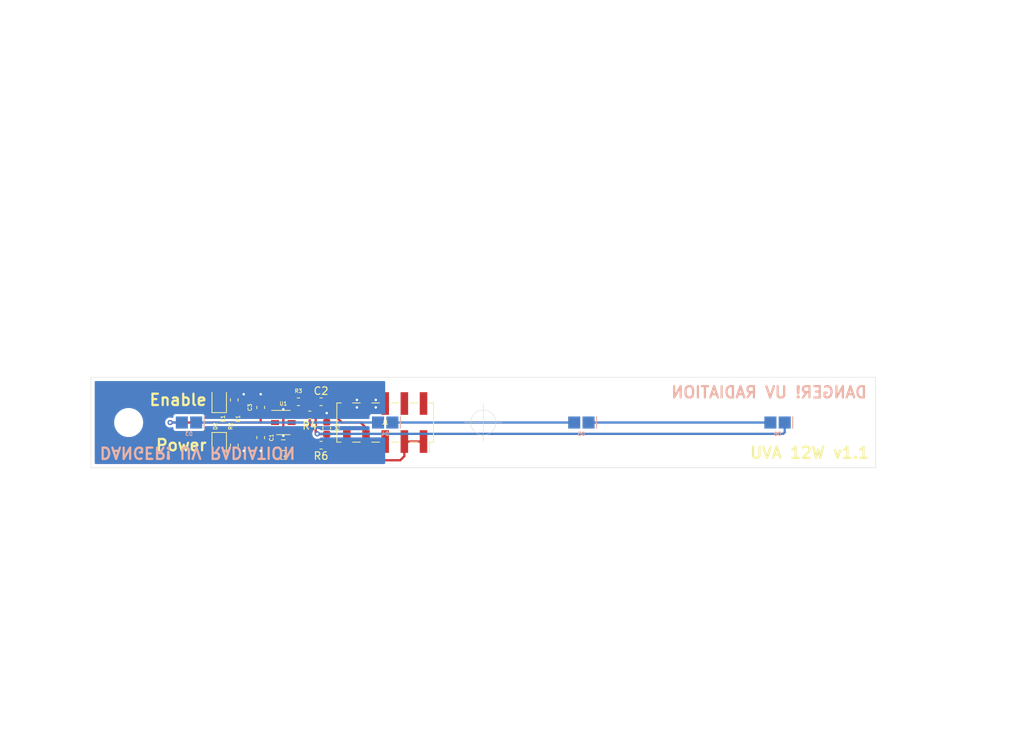
<source format=kicad_pcb>
(kicad_pcb (version 20171130) (host pcbnew 5.1.6)

  (general
    (thickness 1.6)
    (drawings 31)
    (tracks 80)
    (zones 0)
    (modules 20)
    (nets 18)
  )

  (page A4)
  (layers
    (0 F.Cu signal)
    (31 B.Cu signal)
    (32 B.Adhes user)
    (33 F.Adhes user)
    (34 B.Paste user)
    (35 F.Paste user)
    (36 B.SilkS user)
    (37 F.SilkS user)
    (38 B.Mask user)
    (39 F.Mask user)
    (40 Dwgs.User user)
    (41 Cmts.User user)
    (42 Eco1.User user)
    (43 Eco2.User user)
    (44 Edge.Cuts user)
    (45 Margin user)
    (46 B.CrtYd user)
    (47 F.CrtYd user)
    (48 B.Fab user)
    (49 F.Fab user)
  )

  (setup
    (last_trace_width 0.3048)
    (trace_clearance 0.1524)
    (zone_clearance 0.32)
    (zone_45_only no)
    (trace_min 0.1524)
    (via_size 0.6858)
    (via_drill 0.3302)
    (via_min_size 0.508)
    (via_min_drill 0.254)
    (uvia_size 0.6858)
    (uvia_drill 0.3302)
    (uvias_allowed no)
    (uvia_min_size 0.2)
    (uvia_min_drill 0.1)
    (edge_width 0.05)
    (segment_width 0.2)
    (pcb_text_width 0.3)
    (pcb_text_size 1.5 1.5)
    (mod_edge_width 0.12)
    (mod_text_size 1 1)
    (mod_text_width 0.15)
    (pad_size 1.524 1.524)
    (pad_drill 0.762)
    (pad_to_mask_clearance 0.0508)
    (solder_mask_min_width 0.101)
    (aux_axis_origin 172 73)
    (grid_origin 172 73)
    (visible_elements FFFFFF7F)
    (pcbplotparams
      (layerselection 0x010fc_ffffffff)
      (usegerberextensions false)
      (usegerberattributes true)
      (usegerberadvancedattributes true)
      (creategerberjobfile true)
      (excludeedgelayer true)
      (linewidth 0.100000)
      (plotframeref false)
      (viasonmask false)
      (mode 1)
      (useauxorigin false)
      (hpglpennumber 1)
      (hpglpenspeed 20)
      (hpglpendiameter 15.000000)
      (psnegative false)
      (psa4output false)
      (plotreference true)
      (plotvalue true)
      (plotinvisibletext false)
      (padsonsilk false)
      (subtractmaskfromsilk false)
      (outputformat 1)
      (mirror false)
      (drillshape 1)
      (scaleselection 1)
      (outputdirectory ""))
  )

  (net 0 "")
  (net 1 GND)
  (net 2 /Vin)
  (net 3 "Net-(C2-Pad1)")
  (net 4 /Enable)
  (net 5 "Net-(D1-Pad1)")
  (net 6 "Net-(D2-Pad1)")
  (net 7 "Net-(D3-Pad1)")
  (net 8 "Net-(D4-Pad1)")
  (net 9 "Net-(D5-Pad1)")
  (net 10 "Net-(D6-Pad1)")
  (net 11 /Dim)
  (net 12 "Net-(L1-Pad1)")
  (net 13 "Net-(C3-Pad1)")
  (net 14 "Net-(J1-Pad5)")
  (net 15 "Net-(J1-Pad4)")
  (net 16 "Net-(J1-Pad2)")
  (net 17 "Net-(R3-Pad1)")

  (net_class Default "This is the default net class."
    (clearance 0.1524)
    (trace_width 0.3048)
    (via_dia 0.6858)
    (via_drill 0.3302)
    (uvia_dia 0.6858)
    (uvia_drill 0.3302)
    (diff_pair_width 0.1524)
    (diff_pair_gap 0.3048)
    (add_net /Dim)
    (add_net /Enable)
    (add_net /Vin)
    (add_net GND)
    (add_net "Net-(C3-Pad1)")
    (add_net "Net-(D1-Pad1)")
    (add_net "Net-(D2-Pad1)")
    (add_net "Net-(J1-Pad2)")
    (add_net "Net-(J1-Pad4)")
    (add_net "Net-(J1-Pad5)")
    (add_net "Net-(L1-Pad1)")
    (add_net "Net-(R3-Pad1)")
  )

  (net_class Digital ""
    (clearance 0.1524)
    (trace_width 0.1524)
    (via_dia 0.6858)
    (via_drill 0.3302)
    (uvia_dia 0.6858)
    (uvia_drill 0.3302)
    (diff_pair_width 0.1524)
    (diff_pair_gap 0.3048)
  )

  (net_class Power ""
    (clearance 0.1524)
    (trace_width 0.3048)
    (via_dia 0.6858)
    (via_drill 0.3302)
    (uvia_dia 0.6858)
    (uvia_drill 0.3302)
    (diff_pair_width 0.1524)
    (diff_pair_gap 0.3048)
    (add_net "Net-(C2-Pad1)")
    (add_net "Net-(D3-Pad1)")
    (add_net "Net-(D4-Pad1)")
    (add_net "Net-(D5-Pad1)")
    (add_net "Net-(D6-Pad1)")
  )

  (net_class Reference ""
    (clearance 0.1524)
    (trace_width 0.3048)
    (via_dia 0.6858)
    (via_drill 0.3302)
    (uvia_dia 0.6858)
    (uvia_drill 0.3302)
    (diff_pair_width 0.1524)
    (diff_pair_gap 0.3048)
  )

  (module Resistor_SMD:R_0603_1608Metric (layer F.Cu) (tedit 5B301BBD) (tstamp 5F9644AB)
    (at -21.5 3 180)
    (descr "Resistor SMD 0603 (1608 Metric), square (rectangular) end terminal, IPC_7351 nominal, (Body size source: http://www.tortai-tech.com/upload/download/2011102023233369053.pdf), generated with kicad-footprint-generator")
    (tags resistor)
    (path /5F96BB0A)
    (attr smd)
    (fp_text reference R6 (at 0 -1.43) (layer F.SilkS)
      (effects (font (size 1 1) (thickness 0.15)))
    )
    (fp_text value 0 (at 0 1.43) (layer F.Fab)
      (effects (font (size 1 1) (thickness 0.15)))
    )
    (fp_text user %R (at 0 0) (layer F.Fab)
      (effects (font (size 0.4 0.4) (thickness 0.06)))
    )
    (fp_line (start -0.8 0.4) (end -0.8 -0.4) (layer F.Fab) (width 0.1))
    (fp_line (start -0.8 -0.4) (end 0.8 -0.4) (layer F.Fab) (width 0.1))
    (fp_line (start 0.8 -0.4) (end 0.8 0.4) (layer F.Fab) (width 0.1))
    (fp_line (start 0.8 0.4) (end -0.8 0.4) (layer F.Fab) (width 0.1))
    (fp_line (start -0.162779 -0.51) (end 0.162779 -0.51) (layer F.SilkS) (width 0.12))
    (fp_line (start -0.162779 0.51) (end 0.162779 0.51) (layer F.SilkS) (width 0.12))
    (fp_line (start -1.48 0.73) (end -1.48 -0.73) (layer F.CrtYd) (width 0.05))
    (fp_line (start -1.48 -0.73) (end 1.48 -0.73) (layer F.CrtYd) (width 0.05))
    (fp_line (start 1.48 -0.73) (end 1.48 0.73) (layer F.CrtYd) (width 0.05))
    (fp_line (start 1.48 0.73) (end -1.48 0.73) (layer F.CrtYd) (width 0.05))
    (pad 2 smd roundrect (at 0.7875 0 180) (size 0.875 0.95) (layers F.Cu F.Paste F.Mask) (roundrect_rratio 0.25)
      (net 3 "Net-(C2-Pad1)"))
    (pad 1 smd roundrect (at -0.7875 0 180) (size 0.875 0.95) (layers F.Cu F.Paste F.Mask) (roundrect_rratio 0.25)
      (net 11 /Dim))
    (model ${KISYS3DMOD}/Resistor_SMD.3dshapes/R_0603_1608Metric.wrl
      (at (xyz 0 0 0))
      (scale (xyz 1 1 1))
      (rotate (xyz 0 0 0))
    )
  )

  (module Resistor_SMD:R_0603_1608Metric (layer F.Cu) (tedit 5B301BBD) (tstamp 5F9642FC)
    (at -23 -1 180)
    (descr "Resistor SMD 0603 (1608 Metric), square (rectangular) end terminal, IPC_7351 nominal, (Body size source: http://www.tortai-tech.com/upload/download/2011102023233369053.pdf), generated with kicad-footprint-generator")
    (tags resistor)
    (path /5F96B337)
    (attr smd)
    (fp_text reference R4 (at 0 -1.43) (layer F.SilkS)
      (effects (font (size 1 1) (thickness 0.15)))
    )
    (fp_text value 6k8 (at 0 1.43) (layer F.Fab)
      (effects (font (size 1 1) (thickness 0.15)))
    )
    (fp_text user %R (at 0 0) (layer F.Fab)
      (effects (font (size 0.4 0.4) (thickness 0.06)))
    )
    (fp_line (start -0.8 0.4) (end -0.8 -0.4) (layer F.Fab) (width 0.1))
    (fp_line (start -0.8 -0.4) (end 0.8 -0.4) (layer F.Fab) (width 0.1))
    (fp_line (start 0.8 -0.4) (end 0.8 0.4) (layer F.Fab) (width 0.1))
    (fp_line (start 0.8 0.4) (end -0.8 0.4) (layer F.Fab) (width 0.1))
    (fp_line (start -0.162779 -0.51) (end 0.162779 -0.51) (layer F.SilkS) (width 0.12))
    (fp_line (start -0.162779 0.51) (end 0.162779 0.51) (layer F.SilkS) (width 0.12))
    (fp_line (start -1.48 0.73) (end -1.48 -0.73) (layer F.CrtYd) (width 0.05))
    (fp_line (start -1.48 -0.73) (end 1.48 -0.73) (layer F.CrtYd) (width 0.05))
    (fp_line (start 1.48 -0.73) (end 1.48 0.73) (layer F.CrtYd) (width 0.05))
    (fp_line (start 1.48 0.73) (end -1.48 0.73) (layer F.CrtYd) (width 0.05))
    (pad 2 smd roundrect (at 0.7875 0 180) (size 0.875 0.95) (layers F.Cu F.Paste F.Mask) (roundrect_rratio 0.25)
      (net 17 "Net-(R3-Pad1)"))
    (pad 1 smd roundrect (at -0.7875 0 180) (size 0.875 0.95) (layers F.Cu F.Paste F.Mask) (roundrect_rratio 0.25)
      (net 10 "Net-(D6-Pad1)"))
    (model ${KISYS3DMOD}/Resistor_SMD.3dshapes/R_0603_1608Metric.wrl
      (at (xyz 0 0 0))
      (scale (xyz 1 1 1))
      (rotate (xyz 0 0 0))
    )
  )

  (module Capacitor_SMD:C_0603_1608Metric (layer F.Cu) (tedit 5B301BBE) (tstamp 5F964024)
    (at -21.5 -2.75)
    (descr "Capacitor SMD 0603 (1608 Metric), square (rectangular) end terminal, IPC_7351 nominal, (Body size source: http://www.tortai-tech.com/upload/download/2011102023233369053.pdf), generated with kicad-footprint-generator")
    (tags capacitor)
    (path /5F96C05F)
    (attr smd)
    (fp_text reference C2 (at 0 -1.43) (layer F.SilkS)
      (effects (font (size 1 1) (thickness 0.15)))
    )
    (fp_text value NP (at 0 1.43) (layer F.Fab)
      (effects (font (size 1 1) (thickness 0.15)))
    )
    (fp_text user %R (at 0 0) (layer F.Fab)
      (effects (font (size 0.4 0.4) (thickness 0.06)))
    )
    (fp_line (start -0.8 0.4) (end -0.8 -0.4) (layer F.Fab) (width 0.1))
    (fp_line (start -0.8 -0.4) (end 0.8 -0.4) (layer F.Fab) (width 0.1))
    (fp_line (start 0.8 -0.4) (end 0.8 0.4) (layer F.Fab) (width 0.1))
    (fp_line (start 0.8 0.4) (end -0.8 0.4) (layer F.Fab) (width 0.1))
    (fp_line (start -0.162779 -0.51) (end 0.162779 -0.51) (layer F.SilkS) (width 0.12))
    (fp_line (start -0.162779 0.51) (end 0.162779 0.51) (layer F.SilkS) (width 0.12))
    (fp_line (start -1.48 0.73) (end -1.48 -0.73) (layer F.CrtYd) (width 0.05))
    (fp_line (start -1.48 -0.73) (end 1.48 -0.73) (layer F.CrtYd) (width 0.05))
    (fp_line (start 1.48 -0.73) (end 1.48 0.73) (layer F.CrtYd) (width 0.05))
    (fp_line (start 1.48 0.73) (end -1.48 0.73) (layer F.CrtYd) (width 0.05))
    (pad 2 smd roundrect (at 0.7875 0) (size 0.875 0.95) (layers F.Cu F.Paste F.Mask) (roundrect_rratio 0.25)
      (net 1 GND))
    (pad 1 smd roundrect (at -0.7875 0) (size 0.875 0.95) (layers F.Cu F.Paste F.Mask) (roundrect_rratio 0.25)
      (net 3 "Net-(C2-Pad1)"))
    (model ${KISYS3DMOD}/Capacitor_SMD.3dshapes/C_0603_1608Metric.wrl
      (at (xyz 0 0 0))
      (scale (xyz 1 1 1))
      (rotate (xyz 0 0 0))
    )
  )

  (module MountingHole:MountingHole_3.2mm_M3 (layer F.Cu) (tedit 56D1B4CB) (tstamp 5F553B8B)
    (at -47 0)
    (descr "Mounting Hole 3.2mm, no annular, M3")
    (tags "mounting hole 3.2mm no annular m3")
    (attr virtual)
    (fp_text reference REF** (at 0 -4.2) (layer F.SilkS) hide
      (effects (font (size 1 1) (thickness 0.15)))
    )
    (fp_text value MountingHole_3.2mm_M3 (at 0 4.2) (layer F.Fab)
      (effects (font (size 1 1) (thickness 0.15)))
    )
    (fp_circle (center 0 0) (end 3.2 0) (layer Cmts.User) (width 0.15))
    (fp_circle (center 0 0) (end 3.45 0) (layer F.CrtYd) (width 0.05))
    (fp_text user %R (at 0.3 0) (layer F.Fab)
      (effects (font (size 1 1) (thickness 0.15)))
    )
    (pad 1 np_thru_hole circle (at 0 0) (size 3.2 3.2) (drill 3.2) (layers *.Cu *.Mask))
  )

  (module MountingHole:MountingHole_3.2mm_M3 (layer F.Cu) (tedit 56D1B4CB) (tstamp 5F553B88)
    (at 47 0)
    (descr "Mounting Hole 3.2mm, no annular, M3")
    (tags "mounting hole 3.2mm no annular m3")
    (attr virtual)
    (fp_text reference REF** (at 0 -4.2) (layer F.SilkS) hide
      (effects (font (size 1 1) (thickness 0.15)))
    )
    (fp_text value MountingHole_3.2mm_M3 (at 0 4.2) (layer F.Fab)
      (effects (font (size 1 1) (thickness 0.15)))
    )
    (fp_circle (center 0 0) (end 3.45 0) (layer F.CrtYd) (width 0.05))
    (fp_circle (center 0 0) (end 3.2 0) (layer Cmts.User) (width 0.15))
    (fp_text user %R (at 0.3 0) (layer F.Fab)
      (effects (font (size 1 1) (thickness 0.15)))
    )
    (pad 1 np_thru_hole circle (at 0 0) (size 3.2 3.2) (drill 3.2) (layers *.Cu *.Mask))
  )

  (module Inductor_SMD:L_0805_2012Metric (layer F.Cu) (tedit 5B36C52B) (tstamp 5F551EFE)
    (at -26.5 3 180)
    (descr "Inductor SMD 0805 (2012 Metric), square (rectangular) end terminal, IPC_7351 nominal, (Body size source: https://docs.google.com/spreadsheets/d/1BsfQQcO9C6DZCsRaXUlFlo91Tg2WpOkGARC1WS5S8t0/edit?usp=sharing), generated with kicad-footprint-generator")
    (tags inductor)
    (path /5F5515A3)
    (attr smd)
    (fp_text reference L1 (at 0 -1.65) (layer F.SilkS)
      (effects (font (size 0.5 0.5) (thickness 0.1)))
    )
    (fp_text value 22u (at 0 1.65) (layer F.Fab)
      (effects (font (size 0.5 0.5) (thickness 0.1)))
    )
    (fp_line (start -1 0.6) (end -1 -0.6) (layer F.Fab) (width 0.1))
    (fp_line (start -1 -0.6) (end 1 -0.6) (layer F.Fab) (width 0.1))
    (fp_line (start 1 -0.6) (end 1 0.6) (layer F.Fab) (width 0.1))
    (fp_line (start 1 0.6) (end -1 0.6) (layer F.Fab) (width 0.1))
    (fp_line (start -0.258578 -0.71) (end 0.258578 -0.71) (layer F.SilkS) (width 0.12))
    (fp_line (start -0.258578 0.71) (end 0.258578 0.71) (layer F.SilkS) (width 0.12))
    (fp_line (start -1.68 0.95) (end -1.68 -0.95) (layer F.CrtYd) (width 0.05))
    (fp_line (start -1.68 -0.95) (end 1.68 -0.95) (layer F.CrtYd) (width 0.05))
    (fp_line (start 1.68 -0.95) (end 1.68 0.95) (layer F.CrtYd) (width 0.05))
    (fp_line (start 1.68 0.95) (end -1.68 0.95) (layer F.CrtYd) (width 0.05))
    (fp_text user %R (at 0 0) (layer F.Fab)
      (effects (font (size 0.5 0.5) (thickness 0.1)))
    )
    (pad 2 smd roundrect (at 0.9375 0 180) (size 0.975 1.4) (layers F.Cu F.Paste F.Mask) (roundrect_rratio 0.25)
      (net 2 /Vin))
    (pad 1 smd roundrect (at -0.9375 0 180) (size 0.975 1.4) (layers F.Cu F.Paste F.Mask) (roundrect_rratio 0.25)
      (net 12 "Net-(L1-Pad1)"))
    (model ${KISYS3DMOD}/Inductor_SMD.3dshapes/L_0805_2012Metric.wrl
      (at (xyz 0 0 0))
      (scale (xyz 1 1 1))
      (rotate (xyz 0 0 0))
    )
  )

  (module Resistor_SMD:R_0603_1608Metric (layer F.Cu) (tedit 5B301BBD) (tstamp 5F5560A0)
    (at -24.5 -2.75)
    (descr "Resistor SMD 0603 (1608 Metric), square (rectangular) end terminal, IPC_7351 nominal, (Body size source: http://www.tortai-tech.com/upload/download/2011102023233369053.pdf), generated with kicad-footprint-generator")
    (tags resistor)
    (path /5F572BD2)
    (attr smd)
    (fp_text reference R3 (at 0 -1.43) (layer F.SilkS)
      (effects (font (size 0.5 0.5) (thickness 0.1)))
    )
    (fp_text value 75k (at 0 1.43) (layer F.Fab)
      (effects (font (size 0.5 0.5) (thickness 0.1)))
    )
    (fp_line (start -0.8 0.4) (end -0.8 -0.4) (layer F.Fab) (width 0.1))
    (fp_line (start -0.8 -0.4) (end 0.8 -0.4) (layer F.Fab) (width 0.1))
    (fp_line (start 0.8 -0.4) (end 0.8 0.4) (layer F.Fab) (width 0.1))
    (fp_line (start 0.8 0.4) (end -0.8 0.4) (layer F.Fab) (width 0.1))
    (fp_line (start -0.162779 -0.51) (end 0.162779 -0.51) (layer F.SilkS) (width 0.12))
    (fp_line (start -0.162779 0.51) (end 0.162779 0.51) (layer F.SilkS) (width 0.12))
    (fp_line (start -1.48 0.73) (end -1.48 -0.73) (layer F.CrtYd) (width 0.05))
    (fp_line (start -1.48 -0.73) (end 1.48 -0.73) (layer F.CrtYd) (width 0.05))
    (fp_line (start 1.48 -0.73) (end 1.48 0.73) (layer F.CrtYd) (width 0.05))
    (fp_line (start 1.48 0.73) (end -1.48 0.73) (layer F.CrtYd) (width 0.05))
    (fp_text user %R (at 0 0) (layer F.Fab)
      (effects (font (size 0.5 0.5) (thickness 0.1)))
    )
    (pad 2 smd roundrect (at 0.7875 0) (size 0.875 0.95) (layers F.Cu F.Paste F.Mask) (roundrect_rratio 0.25)
      (net 3 "Net-(C2-Pad1)"))
    (pad 1 smd roundrect (at -0.7875 0) (size 0.875 0.95) (layers F.Cu F.Paste F.Mask) (roundrect_rratio 0.25)
      (net 17 "Net-(R3-Pad1)"))
    (model ${KISYS3DMOD}/Resistor_SMD.3dshapes/R_0603_1608Metric.wrl
      (at (xyz 0 0 0))
      (scale (xyz 1 1 1))
      (rotate (xyz 0 0 0))
    )
  )

  (module Connector_PinSocket_2.54mm:PinSocket_2x05_P2.54mm_Vertical_SMD (layer F.Cu) (tedit 5A19A425) (tstamp 5F54E2BF)
    (at -13 0 270)
    (descr "surface-mounted straight socket strip, 2x05, 2.54mm pitch, double cols (from Kicad 4.0.7), script generated")
    (tags "Surface mounted socket strip SMD 2x05 2.54mm double row")
    (path /5F59B754)
    (attr smd)
    (fp_text reference J1 (at 0 0 180) (layer F.SilkS)
      (effects (font (size 0.5 0.5) (thickness 0.1)))
    )
    (fp_text value Conn_02x05_Odd_Even (at 0 7.85 90) (layer F.Fab)
      (effects (font (size 0.5 0.5) (thickness 0.1)))
    )
    (fp_line (start -4.55 6.85) (end -4.55 -6.85) (layer F.CrtYd) (width 0.05))
    (fp_line (start 4.5 6.85) (end -4.55 6.85) (layer F.CrtYd) (width 0.05))
    (fp_line (start 4.5 -6.85) (end 4.5 6.85) (layer F.CrtYd) (width 0.05))
    (fp_line (start -4.55 -6.85) (end 4.5 -6.85) (layer F.CrtYd) (width 0.05))
    (fp_line (start 3.92 5.4) (end 2.54 5.4) (layer F.Fab) (width 0.1))
    (fp_line (start 3.92 4.76) (end 3.92 5.4) (layer F.Fab) (width 0.1))
    (fp_line (start 2.54 4.76) (end 3.92 4.76) (layer F.Fab) (width 0.1))
    (fp_line (start -3.92 5.4) (end -3.92 4.76) (layer F.Fab) (width 0.1))
    (fp_line (start -2.54 5.4) (end -3.92 5.4) (layer F.Fab) (width 0.1))
    (fp_line (start -3.92 4.76) (end -2.54 4.76) (layer F.Fab) (width 0.1))
    (fp_line (start 3.92 2.86) (end 2.54 2.86) (layer F.Fab) (width 0.1))
    (fp_line (start 3.92 2.22) (end 3.92 2.86) (layer F.Fab) (width 0.1))
    (fp_line (start 2.54 2.22) (end 3.92 2.22) (layer F.Fab) (width 0.1))
    (fp_line (start -3.92 2.86) (end -3.92 2.22) (layer F.Fab) (width 0.1))
    (fp_line (start -2.54 2.86) (end -3.92 2.86) (layer F.Fab) (width 0.1))
    (fp_line (start -3.92 2.22) (end -2.54 2.22) (layer F.Fab) (width 0.1))
    (fp_line (start 3.92 0.32) (end 2.54 0.32) (layer F.Fab) (width 0.1))
    (fp_line (start 3.92 -0.32) (end 3.92 0.32) (layer F.Fab) (width 0.1))
    (fp_line (start 2.54 -0.32) (end 3.92 -0.32) (layer F.Fab) (width 0.1))
    (fp_line (start -3.92 0.32) (end -3.92 -0.32) (layer F.Fab) (width 0.1))
    (fp_line (start -2.54 0.32) (end -3.92 0.32) (layer F.Fab) (width 0.1))
    (fp_line (start -3.92 -0.32) (end -2.54 -0.32) (layer F.Fab) (width 0.1))
    (fp_line (start 3.92 -2.22) (end 2.54 -2.22) (layer F.Fab) (width 0.1))
    (fp_line (start 3.92 -2.86) (end 3.92 -2.22) (layer F.Fab) (width 0.1))
    (fp_line (start 2.54 -2.86) (end 3.92 -2.86) (layer F.Fab) (width 0.1))
    (fp_line (start -3.92 -2.22) (end -3.92 -2.86) (layer F.Fab) (width 0.1))
    (fp_line (start -2.54 -2.22) (end -3.92 -2.22) (layer F.Fab) (width 0.1))
    (fp_line (start -3.92 -2.86) (end -2.54 -2.86) (layer F.Fab) (width 0.1))
    (fp_line (start 3.92 -4.76) (end 2.54 -4.76) (layer F.Fab) (width 0.1))
    (fp_line (start 3.92 -5.4) (end 3.92 -4.76) (layer F.Fab) (width 0.1))
    (fp_line (start 2.54 -5.4) (end 3.92 -5.4) (layer F.Fab) (width 0.1))
    (fp_line (start -3.92 -4.76) (end -3.92 -5.4) (layer F.Fab) (width 0.1))
    (fp_line (start -2.54 -4.76) (end -3.92 -4.76) (layer F.Fab) (width 0.1))
    (fp_line (start -3.92 -5.4) (end -2.54 -5.4) (layer F.Fab) (width 0.1))
    (fp_line (start -2.54 6.35) (end -2.54 -6.35) (layer F.Fab) (width 0.1))
    (fp_line (start 2.54 6.35) (end -2.54 6.35) (layer F.Fab) (width 0.1))
    (fp_line (start 2.54 -5.35) (end 2.54 6.35) (layer F.Fab) (width 0.1))
    (fp_line (start 1.54 -6.35) (end 2.54 -5.35) (layer F.Fab) (width 0.1))
    (fp_line (start -2.54 -6.35) (end 1.54 -6.35) (layer F.Fab) (width 0.1))
    (fp_line (start 2.6 -5.84) (end 3.96 -5.84) (layer F.SilkS) (width 0.12))
    (fp_line (start -2.6 5.84) (end -2.6 6.41) (layer F.SilkS) (width 0.12))
    (fp_line (start -2.6 3.3) (end -2.6 4.32) (layer F.SilkS) (width 0.12))
    (fp_line (start -2.6 0.76) (end -2.6 1.78) (layer F.SilkS) (width 0.12))
    (fp_line (start -2.6 -1.78) (end -2.6 -0.76) (layer F.SilkS) (width 0.12))
    (fp_line (start -2.6 -4.32) (end -2.6 -3.3) (layer F.SilkS) (width 0.12))
    (fp_line (start -2.6 -6.41) (end -2.6 -5.84) (layer F.SilkS) (width 0.12))
    (fp_line (start -2.6 6.41) (end 2.6 6.41) (layer F.SilkS) (width 0.12))
    (fp_line (start 2.6 5.84) (end 2.6 6.41) (layer F.SilkS) (width 0.12))
    (fp_line (start 2.6 3.3) (end 2.6 4.32) (layer F.SilkS) (width 0.12))
    (fp_line (start 2.6 0.76) (end 2.6 1.78) (layer F.SilkS) (width 0.12))
    (fp_line (start 2.6 -1.78) (end 2.6 -0.76) (layer F.SilkS) (width 0.12))
    (fp_line (start 2.6 -4.32) (end 2.6 -3.3) (layer F.SilkS) (width 0.12))
    (fp_line (start 2.6 -6.41) (end 2.6 -5.84) (layer F.SilkS) (width 0.12))
    (fp_line (start -2.6 -6.41) (end 2.6 -6.41) (layer F.SilkS) (width 0.12))
    (fp_text user %R (at 0 0) (layer F.Fab)
      (effects (font (size 0.5 0.5) (thickness 0.1)))
    )
    (pad 10 smd rect (at -2.52 5.08 270) (size 3 1) (layers F.Cu F.Paste F.Mask)
      (net 1 GND))
    (pad 9 smd rect (at 2.52 5.08 270) (size 3 1) (layers F.Cu F.Paste F.Mask)
      (net 11 /Dim))
    (pad 8 smd rect (at -2.52 2.54 270) (size 3 1) (layers F.Cu F.Paste F.Mask)
      (net 1 GND))
    (pad 7 smd rect (at 2.52 2.54 270) (size 3 1) (layers F.Cu F.Paste F.Mask)
      (net 4 /Enable))
    (pad 6 smd rect (at -2.52 0 270) (size 3 1) (layers F.Cu F.Paste F.Mask)
      (net 1 GND))
    (pad 5 smd rect (at 2.52 0 270) (size 3 1) (layers F.Cu F.Paste F.Mask)
      (net 14 "Net-(J1-Pad5)"))
    (pad 4 smd rect (at -2.52 -2.54 270) (size 3 1) (layers F.Cu F.Paste F.Mask)
      (net 15 "Net-(J1-Pad4)"))
    (pad 3 smd rect (at 2.52 -2.54 270) (size 3 1) (layers F.Cu F.Paste F.Mask)
      (net 2 /Vin))
    (pad 2 smd rect (at -2.52 -5.08 270) (size 3 1) (layers F.Cu F.Paste F.Mask)
      (net 16 "Net-(J1-Pad2)"))
    (pad 1 smd rect (at 2.52 -5.08 270) (size 3 1) (layers F.Cu F.Paste F.Mask)
      (net 2 /Vin))
    (model ${KISYS3DMOD}/Connector_PinSocket_2.54mm.3dshapes/PinSocket_2x05_P2.54mm_Vertical_SMD.wrl
      (at (xyz 0 0 0))
      (scale (xyz 1 1 1))
      (rotate (xyz 0 0 0))
    )
  )

  (module Package_TO_SOT_SMD:SOT-23-6 (layer F.Cu) (tedit 5A02FF57) (tstamp 5F54E34A)
    (at -26.5 0)
    (descr "6-pin SOT-23 package")
    (tags SOT-23-6)
    (path /5F550099)
    (attr smd)
    (fp_text reference U1 (at 0 -2.5) (layer F.SilkS)
      (effects (font (size 0.5 0.5) (thickness 0.1)))
    )
    (fp_text value R1218x (at 0 2.9) (layer F.Fab)
      (effects (font (size 0.5 0.5) (thickness 0.1)))
    )
    (fp_line (start -0.9 1.61) (end 0.9 1.61) (layer F.SilkS) (width 0.12))
    (fp_line (start 0.9 -1.61) (end -1.55 -1.61) (layer F.SilkS) (width 0.12))
    (fp_line (start 1.9 -1.8) (end -1.9 -1.8) (layer F.CrtYd) (width 0.05))
    (fp_line (start 1.9 1.8) (end 1.9 -1.8) (layer F.CrtYd) (width 0.05))
    (fp_line (start -1.9 1.8) (end 1.9 1.8) (layer F.CrtYd) (width 0.05))
    (fp_line (start -1.9 -1.8) (end -1.9 1.8) (layer F.CrtYd) (width 0.05))
    (fp_line (start -0.9 -0.9) (end -0.25 -1.55) (layer F.Fab) (width 0.1))
    (fp_line (start 0.9 -1.55) (end -0.25 -1.55) (layer F.Fab) (width 0.1))
    (fp_line (start -0.9 -0.9) (end -0.9 1.55) (layer F.Fab) (width 0.1))
    (fp_line (start 0.9 1.55) (end -0.9 1.55) (layer F.Fab) (width 0.1))
    (fp_line (start 0.9 -1.55) (end 0.9 1.55) (layer F.Fab) (width 0.1))
    (fp_text user %R (at 0 0 90) (layer F.Fab)
      (effects (font (size 0.5 0.5) (thickness 0.1)))
    )
    (pad 5 smd rect (at 1.1 0) (size 1.06 0.65) (layers F.Cu F.Paste F.Mask)
      (net 1 GND))
    (pad 6 smd rect (at 1.1 -0.95) (size 1.06 0.65) (layers F.Cu F.Paste F.Mask)
      (net 17 "Net-(R3-Pad1)"))
    (pad 4 smd rect (at 1.1 0.95) (size 1.06 0.65) (layers F.Cu F.Paste F.Mask)
      (net 12 "Net-(L1-Pad1)"))
    (pad 3 smd rect (at -1.1 0.95) (size 1.06 0.65) (layers F.Cu F.Paste F.Mask)
      (net 2 /Vin))
    (pad 2 smd rect (at -1.1 0) (size 1.06 0.65) (layers F.Cu F.Paste F.Mask)
      (net 13 "Net-(C3-Pad1)"))
    (pad 1 smd rect (at -1.1 -0.95) (size 1.06 0.65) (layers F.Cu F.Paste F.Mask)
      (net 4 /Enable))
    (model ${KISYS3DMOD}/Package_TO_SOT_SMD.3dshapes/SOT-23-6.wrl
      (at (xyz 0 0 0))
      (scale (xyz 1 1 1))
      (rotate (xyz 0 0 0))
    )
  )

  (module Resistor_SMD:R_0603_1608Metric (layer F.Cu) (tedit 5B301BBD) (tstamp 5F54E334)
    (at -20.75 0.75 270)
    (descr "Resistor SMD 0603 (1608 Metric), square (rectangular) end terminal, IPC_7351 nominal, (Body size source: http://www.tortai-tech.com/upload/download/2011102023233369053.pdf), generated with kicad-footprint-generator")
    (tags resistor)
    (path /5F572190)
    (attr smd)
    (fp_text reference R5 (at 0 -1.43 90) (layer F.SilkS)
      (effects (font (size 0.5 0.5) (thickness 0.1)))
    )
    (fp_text value 6.8 (at 0 1.43 90) (layer F.Fab)
      (effects (font (size 0.5 0.5) (thickness 0.1)))
    )
    (fp_line (start -0.8 0.4) (end -0.8 -0.4) (layer F.Fab) (width 0.1))
    (fp_line (start -0.8 -0.4) (end 0.8 -0.4) (layer F.Fab) (width 0.1))
    (fp_line (start 0.8 -0.4) (end 0.8 0.4) (layer F.Fab) (width 0.1))
    (fp_line (start 0.8 0.4) (end -0.8 0.4) (layer F.Fab) (width 0.1))
    (fp_line (start -0.162779 -0.51) (end 0.162779 -0.51) (layer F.SilkS) (width 0.12))
    (fp_line (start -0.162779 0.51) (end 0.162779 0.51) (layer F.SilkS) (width 0.12))
    (fp_line (start -1.48 0.73) (end -1.48 -0.73) (layer F.CrtYd) (width 0.05))
    (fp_line (start -1.48 -0.73) (end 1.48 -0.73) (layer F.CrtYd) (width 0.05))
    (fp_line (start 1.48 -0.73) (end 1.48 0.73) (layer F.CrtYd) (width 0.05))
    (fp_line (start 1.48 0.73) (end -1.48 0.73) (layer F.CrtYd) (width 0.05))
    (fp_text user %R (at 0 0 90) (layer F.Fab)
      (effects (font (size 0.5 0.5) (thickness 0.1)))
    )
    (pad 2 smd roundrect (at 0.7875 0 270) (size 0.875 0.95) (layers F.Cu F.Paste F.Mask) (roundrect_rratio 0.25)
      (net 10 "Net-(D6-Pad1)"))
    (pad 1 smd roundrect (at -0.7875 0 270) (size 0.875 0.95) (layers F.Cu F.Paste F.Mask) (roundrect_rratio 0.25)
      (net 1 GND))
    (model ${KISYS3DMOD}/Resistor_SMD.3dshapes/R_0603_1608Metric.wrl
      (at (xyz 0 0 0))
      (scale (xyz 1 1 1))
      (rotate (xyz 0 0 0))
    )
  )

  (module Resistor_SMD:R_0603_1608Metric (layer F.Cu) (tedit 5B301BBD) (tstamp 5F554449)
    (at -33 3 90)
    (descr "Resistor SMD 0603 (1608 Metric), square (rectangular) end terminal, IPC_7351 nominal, (Body size source: http://www.tortai-tech.com/upload/download/2011102023233369053.pdf), generated with kicad-footprint-generator")
    (tags resistor)
    (path /5F58E838)
    (attr smd)
    (fp_text reference R2 (at 2.5 -0.5 90) (layer F.SilkS)
      (effects (font (size 0.5 0.5) (thickness 0.1)))
    )
    (fp_text value 10k (at 0 1.43 90) (layer F.Fab)
      (effects (font (size 0.5 0.5) (thickness 0.1)))
    )
    (fp_line (start -0.8 0.4) (end -0.8 -0.4) (layer F.Fab) (width 0.1))
    (fp_line (start -0.8 -0.4) (end 0.8 -0.4) (layer F.Fab) (width 0.1))
    (fp_line (start 0.8 -0.4) (end 0.8 0.4) (layer F.Fab) (width 0.1))
    (fp_line (start 0.8 0.4) (end -0.8 0.4) (layer F.Fab) (width 0.1))
    (fp_line (start -0.162779 -0.51) (end 0.162779 -0.51) (layer F.SilkS) (width 0.12))
    (fp_line (start -0.162779 0.51) (end 0.162779 0.51) (layer F.SilkS) (width 0.12))
    (fp_line (start -1.48 0.73) (end -1.48 -0.73) (layer F.CrtYd) (width 0.05))
    (fp_line (start -1.48 -0.73) (end 1.48 -0.73) (layer F.CrtYd) (width 0.05))
    (fp_line (start 1.48 -0.73) (end 1.48 0.73) (layer F.CrtYd) (width 0.05))
    (fp_line (start 1.48 0.73) (end -1.48 0.73) (layer F.CrtYd) (width 0.05))
    (fp_text user %R (at 0 0 90) (layer F.Fab)
      (effects (font (size 0.5 0.5) (thickness 0.1)))
    )
    (pad 2 smd roundrect (at 0.7875 0 90) (size 0.875 0.95) (layers F.Cu F.Paste F.Mask) (roundrect_rratio 0.25)
      (net 6 "Net-(D2-Pad1)"))
    (pad 1 smd roundrect (at -0.7875 0 90) (size 0.875 0.95) (layers F.Cu F.Paste F.Mask) (roundrect_rratio 0.25)
      (net 1 GND))
    (model ${KISYS3DMOD}/Resistor_SMD.3dshapes/R_0603_1608Metric.wrl
      (at (xyz 0 0 0))
      (scale (xyz 1 1 1))
      (rotate (xyz 0 0 0))
    )
  )

  (module Resistor_SMD:R_0603_1608Metric (layer F.Cu) (tedit 5B301BBD) (tstamp 5F554381)
    (at -33 -3 270)
    (descr "Resistor SMD 0603 (1608 Metric), square (rectangular) end terminal, IPC_7351 nominal, (Body size source: http://www.tortai-tech.com/upload/download/2011102023233369053.pdf), generated with kicad-footprint-generator")
    (tags resistor)
    (path /5F5923F3)
    (attr smd)
    (fp_text reference R1 (at 2.5 -0.5 90) (layer F.SilkS)
      (effects (font (size 0.5 0.5) (thickness 0.1)))
    )
    (fp_text value 10k (at 0 1.43 90) (layer F.Fab)
      (effects (font (size 0.5 0.5) (thickness 0.1)))
    )
    (fp_line (start -0.8 0.4) (end -0.8 -0.4) (layer F.Fab) (width 0.1))
    (fp_line (start -0.8 -0.4) (end 0.8 -0.4) (layer F.Fab) (width 0.1))
    (fp_line (start 0.8 -0.4) (end 0.8 0.4) (layer F.Fab) (width 0.1))
    (fp_line (start 0.8 0.4) (end -0.8 0.4) (layer F.Fab) (width 0.1))
    (fp_line (start -0.162779 -0.51) (end 0.162779 -0.51) (layer F.SilkS) (width 0.12))
    (fp_line (start -0.162779 0.51) (end 0.162779 0.51) (layer F.SilkS) (width 0.12))
    (fp_line (start -1.48 0.73) (end -1.48 -0.73) (layer F.CrtYd) (width 0.05))
    (fp_line (start -1.48 -0.73) (end 1.48 -0.73) (layer F.CrtYd) (width 0.05))
    (fp_line (start 1.48 -0.73) (end 1.48 0.73) (layer F.CrtYd) (width 0.05))
    (fp_line (start 1.48 0.73) (end -1.48 0.73) (layer F.CrtYd) (width 0.05))
    (fp_text user %R (at 0 0 90) (layer F.Fab)
      (effects (font (size 0.5 0.5) (thickness 0.1)))
    )
    (pad 2 smd roundrect (at 0.7875 0 270) (size 0.875 0.95) (layers F.Cu F.Paste F.Mask) (roundrect_rratio 0.25)
      (net 5 "Net-(D1-Pad1)"))
    (pad 1 smd roundrect (at -0.7875 0 270) (size 0.875 0.95) (layers F.Cu F.Paste F.Mask) (roundrect_rratio 0.25)
      (net 1 GND))
    (model ${KISYS3DMOD}/Resistor_SMD.3dshapes/R_0603_1608Metric.wrl
      (at (xyz 0 0 0))
      (scale (xyz 1 1 1))
      (rotate (xyz 0 0 0))
    )
  )

  (module UVA_12W:VLMU1610 (layer B.Cu) (tedit 5F548CD0) (tstamp 5F54E25F)
    (at 39 0 180)
    (path /5F54BC21)
    (fp_text reference D6 (at 0 -1.5) (layer B.SilkS)
      (effects (font (size 0.5 0.5) (thickness 0.1)) (justify mirror))
    )
    (fp_text value LED (at 0 2) (layer B.Fab)
      (effects (font (size 0.5 0.5) (thickness 0.1)) (justify mirror))
    )
    (fp_line (start -0.8 0.5) (end -0.5 0.8) (layer Dwgs.User) (width 0.12))
    (fp_line (start -0.8 0.5) (end -0.8 -0.8) (layer Dwgs.User) (width 0.12))
    (fp_line (start 0.8 0.8) (end -0.5 0.8) (layer Dwgs.User) (width 0.12))
    (fp_line (start 0.8 -0.8) (end 0.8 0.8) (layer Dwgs.User) (width 0.12))
    (fp_line (start -0.8 -0.8) (end 0.8 -0.8) (layer Dwgs.User) (width 0.12))
    (fp_line (start -2 0.75) (end -2 -0.75) (layer B.SilkS) (width 0.15))
    (pad 2 smd rect (at 0.95 0 180) (size 1.6 1.6) (layers B.Cu B.Paste B.Mask)
      (net 9 "Net-(D5-Pad1)"))
    (pad 1 smd rect (at -0.95 0 180) (size 1.6 1.6) (layers B.Cu B.Paste B.Mask)
      (net 10 "Net-(D6-Pad1)"))
  )

  (module UVA_12W:VLMU1610 (layer B.Cu) (tedit 5F548CD0) (tstamp 5F54E253)
    (at 13 0 180)
    (path /5F54C6B6)
    (fp_text reference D5 (at 0 -1.5) (layer B.SilkS)
      (effects (font (size 0.5 0.5) (thickness 0.1)) (justify mirror))
    )
    (fp_text value LED (at 0 2) (layer B.Fab)
      (effects (font (size 0.5 0.5) (thickness 0.1)) (justify mirror))
    )
    (fp_line (start -0.8 0.5) (end -0.5 0.8) (layer Dwgs.User) (width 0.12))
    (fp_line (start -0.8 0.5) (end -0.8 -0.8) (layer Dwgs.User) (width 0.12))
    (fp_line (start 0.8 0.8) (end -0.5 0.8) (layer Dwgs.User) (width 0.12))
    (fp_line (start 0.8 -0.8) (end 0.8 0.8) (layer Dwgs.User) (width 0.12))
    (fp_line (start -0.8 -0.8) (end 0.8 -0.8) (layer Dwgs.User) (width 0.12))
    (fp_line (start -2 0.75) (end -2 -0.75) (layer B.SilkS) (width 0.15))
    (pad 2 smd rect (at 0.95 0 180) (size 1.6 1.6) (layers B.Cu B.Paste B.Mask)
      (net 8 "Net-(D4-Pad1)"))
    (pad 1 smd rect (at -0.95 0 180) (size 1.6 1.6) (layers B.Cu B.Paste B.Mask)
      (net 9 "Net-(D5-Pad1)"))
  )

  (module UVA_12W:VLMU1610 (layer B.Cu) (tedit 5F548CD0) (tstamp 5F54E247)
    (at -13 0 180)
    (path /5F54CA41)
    (fp_text reference D4 (at 0 -1.5) (layer B.SilkS)
      (effects (font (size 0.5 0.5) (thickness 0.1)) (justify mirror))
    )
    (fp_text value LED (at 0 2) (layer B.Fab)
      (effects (font (size 0.5 0.5) (thickness 0.1)) (justify mirror))
    )
    (fp_line (start -0.8 0.5) (end -0.5 0.8) (layer Dwgs.User) (width 0.12))
    (fp_line (start -0.8 0.5) (end -0.8 -0.8) (layer Dwgs.User) (width 0.12))
    (fp_line (start 0.8 0.8) (end -0.5 0.8) (layer Dwgs.User) (width 0.12))
    (fp_line (start 0.8 -0.8) (end 0.8 0.8) (layer Dwgs.User) (width 0.12))
    (fp_line (start -0.8 -0.8) (end 0.8 -0.8) (layer Dwgs.User) (width 0.12))
    (fp_line (start -2 0.75) (end -2 -0.75) (layer B.SilkS) (width 0.15))
    (pad 2 smd rect (at 0.95 0 180) (size 1.6 1.6) (layers B.Cu B.Paste B.Mask)
      (net 7 "Net-(D3-Pad1)"))
    (pad 1 smd rect (at -0.95 0 180) (size 1.6 1.6) (layers B.Cu B.Paste B.Mask)
      (net 8 "Net-(D4-Pad1)"))
  )

  (module UVA_12W:VLMU1610 (layer B.Cu) (tedit 5F548CD0) (tstamp 5F554600)
    (at -39 0 180)
    (path /5F54CD3D)
    (fp_text reference D3 (at 0 -1.5) (layer B.SilkS)
      (effects (font (size 0.5 0.5) (thickness 0.1)) (justify mirror))
    )
    (fp_text value LED (at 0 2) (layer B.Fab)
      (effects (font (size 0.5 0.5) (thickness 0.1)) (justify mirror))
    )
    (fp_line (start -0.8 0.5) (end -0.5 0.8) (layer Dwgs.User) (width 0.12))
    (fp_line (start -0.8 0.5) (end -0.8 -0.8) (layer Dwgs.User) (width 0.12))
    (fp_line (start 0.8 0.8) (end -0.5 0.8) (layer Dwgs.User) (width 0.12))
    (fp_line (start 0.8 -0.8) (end 0.8 0.8) (layer Dwgs.User) (width 0.12))
    (fp_line (start -0.8 -0.8) (end 0.8 -0.8) (layer Dwgs.User) (width 0.12))
    (fp_line (start -2 0.75) (end -2 -0.75) (layer B.SilkS) (width 0.15))
    (pad 2 smd rect (at 0.95 0 180) (size 1.6 1.6) (layers B.Cu B.Paste B.Mask)
      (net 13 "Net-(C3-Pad1)"))
    (pad 1 smd rect (at -0.95 0 180) (size 1.6 1.6) (layers B.Cu B.Paste B.Mask)
      (net 7 "Net-(D3-Pad1)"))
  )

  (module LED_SMD:LED_0805_2012Metric (layer F.Cu) (tedit 5B36C52C) (tstamp 5F554412)
    (at -35 3 270)
    (descr "LED SMD 0805 (2012 Metric), square (rectangular) end terminal, IPC_7351 nominal, (Body size source: https://docs.google.com/spreadsheets/d/1BsfQQcO9C6DZCsRaXUlFlo91Tg2WpOkGARC1WS5S8t0/edit?usp=sharing), generated with kicad-footprint-generator")
    (tags diode)
    (path /5F58D363)
    (attr smd)
    (fp_text reference D2 (at -2.5 0.5 90) (layer F.SilkS)
      (effects (font (size 0.5 0.5) (thickness 0.1)))
    )
    (fp_text value LED (at 0 1.65 90) (layer F.Fab)
      (effects (font (size 0.5 0.5) (thickness 0.1)))
    )
    (fp_line (start 1 -0.6) (end -0.7 -0.6) (layer F.Fab) (width 0.1))
    (fp_line (start -0.7 -0.6) (end -1 -0.3) (layer F.Fab) (width 0.1))
    (fp_line (start -1 -0.3) (end -1 0.6) (layer F.Fab) (width 0.1))
    (fp_line (start -1 0.6) (end 1 0.6) (layer F.Fab) (width 0.1))
    (fp_line (start 1 0.6) (end 1 -0.6) (layer F.Fab) (width 0.1))
    (fp_line (start 1 -0.96) (end -1.685 -0.96) (layer F.SilkS) (width 0.12))
    (fp_line (start -1.685 -0.96) (end -1.685 0.96) (layer F.SilkS) (width 0.12))
    (fp_line (start -1.685 0.96) (end 1 0.96) (layer F.SilkS) (width 0.12))
    (fp_line (start -1.68 0.95) (end -1.68 -0.95) (layer F.CrtYd) (width 0.05))
    (fp_line (start -1.68 -0.95) (end 1.68 -0.95) (layer F.CrtYd) (width 0.05))
    (fp_line (start 1.68 -0.95) (end 1.68 0.95) (layer F.CrtYd) (width 0.05))
    (fp_line (start 1.68 0.95) (end -1.68 0.95) (layer F.CrtYd) (width 0.05))
    (fp_text user %R (at 0 0 90) (layer F.Fab)
      (effects (font (size 0.5 0.5) (thickness 0.1)))
    )
    (pad 2 smd roundrect (at 0.9375 0 270) (size 0.975 1.4) (layers F.Cu F.Paste F.Mask) (roundrect_rratio 0.25)
      (net 2 /Vin))
    (pad 1 smd roundrect (at -0.9375 0 270) (size 0.975 1.4) (layers F.Cu F.Paste F.Mask) (roundrect_rratio 0.25)
      (net 6 "Net-(D2-Pad1)"))
    (model ${KISYS3DMOD}/LED_SMD.3dshapes/LED_0805_2012Metric.wrl
      (at (xyz 0 0 0))
      (scale (xyz 1 1 1))
      (rotate (xyz 0 0 0))
    )
  )

  (module LED_SMD:LED_0805_2012Metric (layer F.Cu) (tedit 5B36C52C) (tstamp 5F553DE1)
    (at -35 -3 90)
    (descr "LED SMD 0805 (2012 Metric), square (rectangular) end terminal, IPC_7351 nominal, (Body size source: https://docs.google.com/spreadsheets/d/1BsfQQcO9C6DZCsRaXUlFlo91Tg2WpOkGARC1WS5S8t0/edit?usp=sharing), generated with kicad-footprint-generator")
    (tags diode)
    (path /5F5923E7)
    (attr smd)
    (fp_text reference D1 (at -2.5 0.5 90) (layer F.SilkS)
      (effects (font (size 0.5 0.5) (thickness 0.1)))
    )
    (fp_text value LED (at 0 1.65 90) (layer F.Fab)
      (effects (font (size 0.5 0.5) (thickness 0.1)))
    )
    (fp_line (start 1 -0.6) (end -0.7 -0.6) (layer F.Fab) (width 0.1))
    (fp_line (start -0.7 -0.6) (end -1 -0.3) (layer F.Fab) (width 0.1))
    (fp_line (start -1 -0.3) (end -1 0.6) (layer F.Fab) (width 0.1))
    (fp_line (start -1 0.6) (end 1 0.6) (layer F.Fab) (width 0.1))
    (fp_line (start 1 0.6) (end 1 -0.6) (layer F.Fab) (width 0.1))
    (fp_line (start 1 -0.96) (end -1.685 -0.96) (layer F.SilkS) (width 0.12))
    (fp_line (start -1.685 -0.96) (end -1.685 0.96) (layer F.SilkS) (width 0.12))
    (fp_line (start -1.685 0.96) (end 1 0.96) (layer F.SilkS) (width 0.12))
    (fp_line (start -1.68 0.95) (end -1.68 -0.95) (layer F.CrtYd) (width 0.05))
    (fp_line (start -1.68 -0.95) (end 1.68 -0.95) (layer F.CrtYd) (width 0.05))
    (fp_line (start 1.68 -0.95) (end 1.68 0.95) (layer F.CrtYd) (width 0.05))
    (fp_line (start 1.68 0.95) (end -1.68 0.95) (layer F.CrtYd) (width 0.05))
    (fp_text user %R (at 0 0 90) (layer F.Fab)
      (effects (font (size 0.5 0.5) (thickness 0.1)))
    )
    (pad 2 smd roundrect (at 0.9375 0 90) (size 0.975 1.4) (layers F.Cu F.Paste F.Mask) (roundrect_rratio 0.25)
      (net 4 /Enable))
    (pad 1 smd roundrect (at -0.9375 0 90) (size 0.975 1.4) (layers F.Cu F.Paste F.Mask) (roundrect_rratio 0.25)
      (net 5 "Net-(D1-Pad1)"))
    (model ${KISYS3DMOD}/LED_SMD.3dshapes/LED_0805_2012Metric.wrl
      (at (xyz 0 0 0))
      (scale (xyz 1 1 1))
      (rotate (xyz 0 0 0))
    )
  )

  (module Capacitor_SMD:C_0603_1608Metric (layer F.Cu) (tedit 5B301BBE) (tstamp 5F54E209)
    (at -29.5 -2 90)
    (descr "Capacitor SMD 0603 (1608 Metric), square (rectangular) end terminal, IPC_7351 nominal, (Body size source: http://www.tortai-tech.com/upload/download/2011102023233369053.pdf), generated with kicad-footprint-generator")
    (tags capacitor)
    (path /5F552824)
    (attr smd)
    (fp_text reference C3 (at 0 -1.43 90) (layer F.SilkS)
      (effects (font (size 0.5 0.5) (thickness 0.1)))
    )
    (fp_text value 0.22u (at 0 1.43 90) (layer F.Fab)
      (effects (font (size 0.5 0.5) (thickness 0.1)))
    )
    (fp_line (start -0.8 0.4) (end -0.8 -0.4) (layer F.Fab) (width 0.1))
    (fp_line (start -0.8 -0.4) (end 0.8 -0.4) (layer F.Fab) (width 0.1))
    (fp_line (start 0.8 -0.4) (end 0.8 0.4) (layer F.Fab) (width 0.1))
    (fp_line (start 0.8 0.4) (end -0.8 0.4) (layer F.Fab) (width 0.1))
    (fp_line (start -0.162779 -0.51) (end 0.162779 -0.51) (layer F.SilkS) (width 0.12))
    (fp_line (start -0.162779 0.51) (end 0.162779 0.51) (layer F.SilkS) (width 0.12))
    (fp_line (start -1.48 0.73) (end -1.48 -0.73) (layer F.CrtYd) (width 0.05))
    (fp_line (start -1.48 -0.73) (end 1.48 -0.73) (layer F.CrtYd) (width 0.05))
    (fp_line (start 1.48 -0.73) (end 1.48 0.73) (layer F.CrtYd) (width 0.05))
    (fp_line (start 1.48 0.73) (end -1.48 0.73) (layer F.CrtYd) (width 0.05))
    (fp_text user %R (at 0 0 90) (layer F.Fab)
      (effects (font (size 0.5 0.5) (thickness 0.1)))
    )
    (pad 2 smd roundrect (at 0.7875 0 90) (size 0.875 0.95) (layers F.Cu F.Paste F.Mask) (roundrect_rratio 0.25)
      (net 1 GND))
    (pad 1 smd roundrect (at -0.7875 0 90) (size 0.875 0.95) (layers F.Cu F.Paste F.Mask) (roundrect_rratio 0.25)
      (net 13 "Net-(C3-Pad1)"))
    (model ${KISYS3DMOD}/Capacitor_SMD.3dshapes/C_0603_1608Metric.wrl
      (at (xyz 0 0 0))
      (scale (xyz 1 1 1))
      (rotate (xyz 0 0 0))
    )
  )

  (module Capacitor_SMD:C_0603_1608Metric (layer F.Cu) (tedit 5B301BBE) (tstamp 5F5524AA)
    (at -29.5 2 270)
    (descr "Capacitor SMD 0603 (1608 Metric), square (rectangular) end terminal, IPC_7351 nominal, (Body size source: http://www.tortai-tech.com/upload/download/2011102023233369053.pdf), generated with kicad-footprint-generator")
    (tags capacitor)
    (path /5F552545)
    (attr smd)
    (fp_text reference C1 (at 0 -1.43 90) (layer F.SilkS)
      (effects (font (size 0.5 0.5) (thickness 0.1)))
    )
    (fp_text value 1u (at 0 1.43 90) (layer F.Fab)
      (effects (font (size 0.5 0.5) (thickness 0.1)))
    )
    (fp_line (start -0.8 0.4) (end -0.8 -0.4) (layer F.Fab) (width 0.1))
    (fp_line (start -0.8 -0.4) (end 0.8 -0.4) (layer F.Fab) (width 0.1))
    (fp_line (start 0.8 -0.4) (end 0.8 0.4) (layer F.Fab) (width 0.1))
    (fp_line (start 0.8 0.4) (end -0.8 0.4) (layer F.Fab) (width 0.1))
    (fp_line (start -0.162779 -0.51) (end 0.162779 -0.51) (layer F.SilkS) (width 0.12))
    (fp_line (start -0.162779 0.51) (end 0.162779 0.51) (layer F.SilkS) (width 0.12))
    (fp_line (start -1.48 0.73) (end -1.48 -0.73) (layer F.CrtYd) (width 0.05))
    (fp_line (start -1.48 -0.73) (end 1.48 -0.73) (layer F.CrtYd) (width 0.05))
    (fp_line (start 1.48 -0.73) (end 1.48 0.73) (layer F.CrtYd) (width 0.05))
    (fp_line (start 1.48 0.73) (end -1.48 0.73) (layer F.CrtYd) (width 0.05))
    (fp_text user %R (at 0 0 90) (layer F.Fab)
      (effects (font (size 0.5 0.5) (thickness 0.1)))
    )
    (pad 2 smd roundrect (at 0.7875 0 270) (size 0.875 0.95) (layers F.Cu F.Paste F.Mask) (roundrect_rratio 0.25)
      (net 1 GND))
    (pad 1 smd roundrect (at -0.7875 0 270) (size 0.875 0.95) (layers F.Cu F.Paste F.Mask) (roundrect_rratio 0.25)
      (net 2 /Vin))
    (model ${KISYS3DMOD}/Capacitor_SMD.3dshapes/C_0603_1608Metric.wrl
      (at (xyz 0 0 0))
      (scale (xyz 1 1 1))
      (rotate (xyz 0 0 0))
    )
  )

  (gr_text "UVA 12W v1.1" (at 51.3 4) (layer F.SilkS) (tstamp 5F9647AB)
    (effects (font (size 1.5 1.5) (thickness 0.3)) (justify right))
  )
  (gr_text "DANGER! UV RADIATION" (at -51 4 180) (layer B.SilkS) (tstamp 5F556F14)
    (effects (font (size 1.5 1.5) (thickness 0.3)) (justify left mirror))
  )
  (gr_text "DANGER! UV RADIATION" (at 51 -4) (layer B.SilkS)
    (effects (font (size 1.5 1.5) (thickness 0.3)) (justify left mirror))
  )
  (gr_text Enable (at -36.5 -3) (layer F.SilkS) (tstamp 5F5543AB)
    (effects (font (size 1.5 1.5) (thickness 0.3)) (justify right))
  )
  (gr_text Power (at -36.5 3) (layer F.SilkS)
    (effects (font (size 1.5 1.5) (thickness 0.3)) (justify right))
  )
  (dimension 104 (width 0.15) (layer Dwgs.User)
    (gr_text "104.000 mm" (at 0 -14.3) (layer Dwgs.User)
      (effects (font (size 1 1) (thickness 0.15)))
    )
    (feature1 (pts (xy -52 -6) (xy -52 -13.586421)))
    (feature2 (pts (xy 52 -6) (xy 52 -13.586421)))
    (crossbar (pts (xy 52 -13) (xy -52 -13)))
    (arrow1a (pts (xy -52 -13) (xy -50.873496 -13.586421)))
    (arrow1b (pts (xy -52 -13) (xy -50.873496 -12.413579)))
    (arrow2a (pts (xy 52 -13) (xy 50.873496 -13.586421)))
    (arrow2b (pts (xy 52 -13) (xy 50.873496 -12.413579)))
  )
  (dimension 12 (width 0.15) (layer Dwgs.User)
    (gr_text "12.000 mm" (at 57.3 0 90) (layer Dwgs.User)
      (effects (font (size 1 1) (thickness 0.15)))
    )
    (feature1 (pts (xy 52 -6) (xy 56.586421 -6)))
    (feature2 (pts (xy 52 6) (xy 56.586421 6)))
    (crossbar (pts (xy 56 6) (xy 56 -6)))
    (arrow1a (pts (xy 56 -6) (xy 56.586421 -4.873496)))
    (arrow1b (pts (xy 56 -6) (xy 55.413579 -4.873496)))
    (arrow2a (pts (xy 56 6) (xy 56.586421 4.873496)))
    (arrow2b (pts (xy 56 6) (xy 55.413579 4.873496)))
  )
  (dimension 85.5 (width 0.15) (layer Dwgs.User)
    (gr_text "85.500 mm" (at 70.3 0 90) (layer Dwgs.User)
      (effects (font (size 1 1) (thickness 0.15)))
    )
    (feature1 (pts (xy 63.8 -42.75) (xy 69.586421 -42.75)))
    (feature2 (pts (xy 63.8 42.75) (xy 69.586421 42.75)))
    (crossbar (pts (xy 69 42.75) (xy 69 -42.75)))
    (arrow1a (pts (xy 69 -42.75) (xy 69.586421 -41.623496)))
    (arrow1b (pts (xy 69 -42.75) (xy 68.413579 -41.623496)))
    (arrow2a (pts (xy 69 42.75) (xy 69.586421 41.623496)))
    (arrow2b (pts (xy 69 42.75) (xy 68.413579 41.623496)))
  )
  (dimension 127.6 (width 0.15) (layer Dwgs.User)
    (gr_text "127.600 mm" (at 0 -55.3) (layer Dwgs.User)
      (effects (font (size 1 1) (thickness 0.15)))
    )
    (feature1 (pts (xy 63.8 -42.75) (xy 63.8 -54.586421)))
    (feature2 (pts (xy -63.8 -42.75) (xy -63.8 -54.586421)))
    (crossbar (pts (xy -63.8 -54) (xy 63.8 -54)))
    (arrow1a (pts (xy 63.8 -54) (xy 62.673496 -53.413579)))
    (arrow1b (pts (xy 63.8 -54) (xy 62.673496 -54.586421)))
    (arrow2a (pts (xy -63.8 -54) (xy -62.673496 -53.413579)))
    (arrow2b (pts (xy -63.8 -54) (xy -62.673496 -54.586421)))
  )
  (gr_line (start 52 6) (end 52 -6) (layer Edge.Cuts) (width 0.05) (tstamp 5F54E69A))
  (gr_line (start -52 6) (end 52 6) (layer Edge.Cuts) (width 0.05))
  (gr_line (start -52 -6) (end -52 6) (layer Edge.Cuts) (width 0.05))
  (gr_line (start 52 -6) (end -52 -6) (layer Edge.Cuts) (width 0.05))
  (gr_line (start 63.8 42.75) (end -63.8 42.75) (layer Dwgs.User) (width 0.5) (tstamp 5F54E689))
  (gr_line (start -63.8 -42.75) (end 63.8 -42.75) (layer Dwgs.User) (width 0.5) (tstamp 5F54E688))
  (target plus (at 0 0) (size 5) (width 0.05) (layer Edge.Cuts))
  (dimension 26 (width 0.15) (layer Dwgs.User)
    (gr_text "26.000 mm" (at -26 -51.3) (layer Dwgs.User)
      (effects (font (size 1 1) (thickness 0.15)))
    )
    (feature1 (pts (xy -13 -26) (xy -13 -50.586421)))
    (feature2 (pts (xy -39 -26) (xy -39 -50.586421)))
    (crossbar (pts (xy -39 -50) (xy -13 -50)))
    (arrow1a (pts (xy -13 -50) (xy -14.126504 -49.413579)))
    (arrow1b (pts (xy -13 -50) (xy -14.126504 -50.586421)))
    (arrow2a (pts (xy -39 -50) (xy -37.873496 -49.413579)))
    (arrow2b (pts (xy -39 -50) (xy -37.873496 -50.586421)))
  )
  (gr_line (start 63.8 42.75) (end 63.8 -42.75) (layer Dwgs.User) (width 0.5) (tstamp 5F54E64C))
  (gr_line (start -63.8 42.75) (end -63.8 -42.75) (layer Dwgs.User) (width 0.5))
  (gr_circle (center -39 26) (end -27 26) (layer Dwgs.User) (width 0.5) (tstamp 5F54E63D))
  (gr_circle (center 13 26) (end 25 26) (layer Dwgs.User) (width 0.5) (tstamp 5F54FC01))
  (gr_circle (center -13 26) (end -1 26) (layer Dwgs.User) (width 0.5) (tstamp 5F54E63B))
  (gr_circle (center 39 26) (end 51 26) (layer Dwgs.User) (width 0.5) (tstamp 5F54E63A))
  (gr_circle (center -13 -26) (end -1 -26) (layer Dwgs.User) (width 0.5) (tstamp 5F54E635))
  (gr_circle (center -39 -26) (end -27 -26) (layer Dwgs.User) (width 0.5) (tstamp 5F54E634))
  (gr_circle (center 39 -26) (end 51 -26) (layer Dwgs.User) (width 0.5) (tstamp 5F54E633))
  (gr_circle (center 13 -26) (end 25 -26) (layer Dwgs.User) (width 0.5) (tstamp 5F54E632))
  (gr_circle (center 39 0) (end 52 0) (layer Dwgs.User) (width 0.5) (tstamp 5F54E4AD))
  (gr_circle (center 13 0) (end 25 0) (layer Dwgs.User) (width 0.5) (tstamp 5F54E4AB))
  (gr_circle (center -13 0) (end -1 0) (layer Dwgs.User) (width 0.5) (tstamp 5F54E4A9))
  (gr_circle (center -39 0) (end -26 0) (layer Dwgs.User) (width 0.5))

  (via (at -31.75 -3.75) (size 0.6858) (drill 0.3302) (layers F.Cu B.Cu) (net 1) (tstamp 5F5543A2))
  (segment (start -31.7875 -3.7875) (end -31.75 -3.75) (width 0.3048) (layer F.Cu) (net 1) (tstamp 5F55436C))
  (segment (start -33 -3.7875) (end -31.7875 -3.7875) (width 0.3048) (layer F.Cu) (net 1) (tstamp 5F5543A5))
  (segment (start -31.7875 3.7875) (end -31.75 3.75) (width 0.3048) (layer F.Cu) (net 1) (tstamp 5F5543FE))
  (via (at -31.75 3.75) (size 0.6858) (drill 0.3302) (layers F.Cu B.Cu) (net 1) (tstamp 5F554470))
  (segment (start -33 3.7875) (end -31.7875 3.7875) (width 0.3048) (layer F.Cu) (net 1) (tstamp 5F554437))
  (via (at -14.25 -3) (size 0.6858) (drill 0.3302) (layers F.Cu B.Cu) (net 1))
  (via (at -16.75 -2) (size 0.6858) (drill 0.3302) (layers F.Cu B.Cu) (net 1))
  (via (at -29.5 3.75) (size 0.6858) (drill 0.3302) (layers F.Cu B.Cu) (net 1))
  (segment (start -29.5 2.7875) (end -29.5 3.75) (width 0.3048) (layer F.Cu) (net 1))
  (via (at -29.5 -3.75) (size 0.6858) (drill 0.3302) (layers F.Cu B.Cu) (net 1))
  (segment (start -29.5 -2.7875) (end -29.5 -3.75) (width 0.3048) (layer F.Cu) (net 1))
  (via (at -16.75 -3) (size 0.6858) (drill 0.3302) (layers F.Cu B.Cu) (net 1) (tstamp 5F556923))
  (via (at -14.25 -2) (size 0.6858) (drill 0.3302) (layers F.Cu B.Cu) (net 1) (tstamp 5F556A43))
  (via (at -26.5 1.75) (size 0.6858) (drill 0.3302) (layers F.Cu B.Cu) (net 1))
  (segment (start -26.5 -0.2652) (end -26.5 1.75) (width 0.3048) (layer F.Cu) (net 1))
  (segment (start -26.5 0) (end -26.5 -0.2652) (width 0.3048) (layer F.Cu) (net 1))
  (segment (start -25.4 0) (end -26.5 0) (width 0.3048) (layer F.Cu) (net 1))
  (segment (start -26.5 -0.2652) (end -26.5 -1.75) (width 0.3048) (layer F.Cu) (net 1))
  (via (at -26.5 -1.75) (size 0.6858) (drill 0.3302) (layers F.Cu B.Cu) (net 1))
  (via (at -20.75 -1.25) (size 0.6858) (drill 0.3302) (layers F.Cu B.Cu) (net 1))
  (segment (start -20.75 -0.0375) (end -20.75 -1.25) (width 0.3048) (layer F.Cu) (net 1))
  (segment (start -27.4375 3) (end -27.4375 5) (width 0.3048) (layer F.Cu) (net 2))
  (segment (start -35 4.75) (end -35 3.9375) (width 0.3048) (layer F.Cu) (net 2))
  (segment (start -34.75 5) (end -35 4.75) (width 0.3048) (layer F.Cu) (net 2))
  (segment (start -10.46 2.52) (end -7.92 2.52) (width 0.3048) (layer F.Cu) (net 2))
  (segment (start -10.46 4.46) (end -10.46 2.52) (width 0.3048) (layer F.Cu) (net 2))
  (segment (start -11 5) (end -10.46 4.46) (width 0.3048) (layer F.Cu) (net 2))
  (segment (start -27.4375 5) (end -11 5) (width 0.3048) (layer F.Cu) (net 2))
  (segment (start -27.6 0.95) (end -28.45 0.95) (width 0.3048) (layer F.Cu) (net 2))
  (segment (start -28.7125 1.2125) (end -29.5 1.2125) (width 0.3048) (layer F.Cu) (net 2))
  (segment (start -28.45 0.95) (end -28.7125 1.2125) (width 0.3048) (layer F.Cu) (net 2))
  (segment (start -27.4375 2.0625) (end -27.4375 3) (width 0.3048) (layer F.Cu) (net 2))
  (segment (start -27.6 1.9) (end -27.4375 2.0625) (width 0.3048) (layer F.Cu) (net 2))
  (segment (start -27.6 0.95) (end -27.6 1.9) (width 0.3048) (layer F.Cu) (net 2))
  (segment (start -27.4375 5) (end -34.75 5) (width 0.3048) (layer F.Cu) (net 2))
  (segment (start -23 -2.75) (end -22.1875 -2.75) (width 0.3048) (layer F.Cu) (net 3))
  (segment (start -23.7125 -2.75) (end -23 -2.75) (width 0.3048) (layer F.Cu) (net 3))
  (segment (start -23 2.2875) (end -23 -2.75) (width 0.3048) (layer F.Cu) (net 3))
  (segment (start -22.2875 3) (end -23 2.2875) (width 0.3048) (layer F.Cu) (net 3))
  (via (at -41.5 0) (size 0.6858) (drill 0.3302) (layers F.Cu B.Cu) (net 13))
  (segment (start -41.5 0) (end -39.95 0) (width 0.3048) (layer B.Cu) (net 13))
  (segment (start -29.5 0) (end -41.5 0) (width 0.3048) (layer F.Cu) (net 13))
  (segment (start -27.6 0) (end -29.5 0) (width 0.3048) (layer F.Cu) (net 13))
  (segment (start -29.5 -1.2125) (end -29.5 0) (width 0.3048) (layer F.Cu) (net 13))
  (segment (start -27.6 -0.95) (end -27.6 -5) (width 0.3048) (layer F.Cu) (net 4))
  (segment (start -20.25 -5) (end -27.6 -5) (width 0.3048) (layer F.Cu) (net 4))
  (segment (start -19.5 -4.25) (end -20.25 -5) (width 0.3048) (layer F.Cu) (net 4))
  (segment (start -19.5 -0.75) (end -19.5 -4.25) (width 0.3048) (layer F.Cu) (net 4))
  (segment (start -18.75 0) (end -19.5 -0.75) (width 0.3048) (layer F.Cu) (net 4))
  (segment (start -16.25 0) (end -18.75 0) (width 0.3048) (layer F.Cu) (net 4))
  (segment (start -15.54 0.71) (end -16.25 0) (width 0.3048) (layer F.Cu) (net 4))
  (segment (start -15.54 2.52) (end -15.54 0.71) (width 0.3048) (layer F.Cu) (net 4))
  (segment (start -35 -4.75) (end -35 -3.9375) (width 0.3048) (layer F.Cu) (net 4))
  (segment (start -34.75 -5) (end -35 -4.75) (width 0.3048) (layer F.Cu) (net 4))
  (segment (start -27.6 -5) (end -34.75 -5) (width 0.3048) (layer F.Cu) (net 4))
  (segment (start -33.15 -2.0625) (end -33 -2.2125) (width 0.3048) (layer F.Cu) (net 5) (tstamp 5F55436F))
  (segment (start -35 -2.0625) (end -33.15 -2.0625) (width 0.3048) (layer F.Cu) (net 5) (tstamp 5F5543A8))
  (segment (start -33.15 2.0625) (end -33 2.2125) (width 0.3048) (layer F.Cu) (net 6) (tstamp 5F55446D))
  (segment (start -35 2.0625) (end -33.15 2.0625) (width 0.3048) (layer F.Cu) (net 6) (tstamp 5F55446A))
  (segment (start -38.05 0) (end -13.95 0) (width 0.3048) (layer B.Cu) (net 7))
  (segment (start -12.05 0) (end 12.05 0) (width 0.3048) (layer B.Cu) (net 8))
  (segment (start 13.95 0) (end 38.05 0) (width 0.3048) (layer B.Cu) (net 9))
  (segment (start 39.95 1.3) (end 39.95 0) (width 0.3048) (layer B.Cu) (net 10))
  (segment (start 39.75 1.5) (end 39.95 1.3) (width 0.3048) (layer B.Cu) (net 10))
  (segment (start -22 1.5) (end 39.75 1.5) (width 0.3048) (layer B.Cu) (net 10))
  (via (at -22 1.5) (size 0.6858) (drill 0.3302) (layers F.Cu B.Cu) (net 10))
  (segment (start -21.9625 1.5375) (end -22 1.5) (width 0.3048) (layer F.Cu) (net 10))
  (segment (start -20.75 1.5375) (end -21.9625 1.5375) (width 0.3048) (layer F.Cu) (net 10))
  (segment (start -22.2125 1.2875) (end -22 1.5) (width 0.3048) (layer F.Cu) (net 10))
  (segment (start -22.2125 -1) (end -22.2125 1.2875) (width 0.3048) (layer F.Cu) (net 10))
  (segment (start -18.56 3) (end -18.08 2.52) (width 0.3048) (layer F.Cu) (net 11))
  (segment (start -20.7125 3) (end -18.56 3) (width 0.3048) (layer F.Cu) (net 11))
  (segment (start -25.4 1.9) (end -25.5625 2.0625) (width 0.3048) (layer F.Cu) (net 12))
  (segment (start -25.5625 2.0625) (end -25.5625 3) (width 0.3048) (layer F.Cu) (net 12))
  (segment (start -25.4 0.95) (end -25.4 1.9) (width 0.3048) (layer F.Cu) (net 12))
  (segment (start -23.8375 -0.95) (end -23.7875 -1) (width 0.3048) (layer F.Cu) (net 17))
  (segment (start -25.4 -0.95) (end -23.8375 -0.95) (width 0.3048) (layer F.Cu) (net 17))
  (segment (start -25.4 -2.6375) (end -25.2875 -2.75) (width 0.3048) (layer F.Cu) (net 17))
  (segment (start -25.4 -0.95) (end -25.4 -2.6375) (width 0.3048) (layer F.Cu) (net 17))

  (zone (net 1) (net_name GND) (layer B.Cu) (tstamp 5F9647C0) (hatch edge 0.508)
    (connect_pads thru_hole_only (clearance 0.32))
    (min_thickness 0.25)
    (fill yes (arc_segments 32) (thermal_gap 0.32) (thermal_bridge_width 0.32))
    (polygon
      (pts
        (xy -13 5.5) (xy -51.5 5.5) (xy -51.5 -5.5) (xy -13 -5.5)
      )
    )
    (filled_polygon
      (pts
        (xy -13.125 -1.244691) (xy -13.15 -1.247153) (xy -14.75 -1.247153) (xy -14.837235 -1.238561) (xy -14.921118 -1.213116)
        (xy -14.998425 -1.171794) (xy -15.066185 -1.116185) (xy -15.121794 -1.048425) (xy -15.163116 -0.971118) (xy -15.188561 -0.887235)
        (xy -15.197153 -0.8) (xy -15.197153 -0.5974) (xy -36.802847 -0.5974) (xy -36.802847 -0.8) (xy -36.811439 -0.887235)
        (xy -36.836884 -0.971118) (xy -36.878206 -1.048425) (xy -36.933815 -1.116185) (xy -37.001575 -1.171794) (xy -37.078882 -1.213116)
        (xy -37.162765 -1.238561) (xy -37.25 -1.247153) (xy -38.85 -1.247153) (xy -38.937235 -1.238561) (xy -39 -1.219522)
        (xy -39.062765 -1.238561) (xy -39.15 -1.247153) (xy -40.75 -1.247153) (xy -40.837235 -1.238561) (xy -40.921118 -1.213116)
        (xy -40.998425 -1.171794) (xy -41.066185 -1.116185) (xy -41.121794 -1.048425) (xy -41.163116 -0.971118) (xy -41.188561 -0.887235)
        (xy -41.197153 -0.8) (xy -41.197153 -0.727373) (xy -41.270178 -0.757621) (xy -41.422399 -0.7879) (xy -41.577601 -0.7879)
        (xy -41.729822 -0.757621) (xy -41.87321 -0.698228) (xy -42.002257 -0.612002) (xy -42.112002 -0.502257) (xy -42.198228 -0.37321)
        (xy -42.257621 -0.229822) (xy -42.2879 -0.077601) (xy -42.2879 0.077601) (xy -42.257621 0.229822) (xy -42.198228 0.37321)
        (xy -42.112002 0.502257) (xy -42.002257 0.612002) (xy -41.87321 0.698228) (xy -41.729822 0.757621) (xy -41.577601 0.7879)
        (xy -41.422399 0.7879) (xy -41.270178 0.757621) (xy -41.197153 0.727373) (xy -41.197153 0.8) (xy -41.188561 0.887235)
        (xy -41.163116 0.971118) (xy -41.121794 1.048425) (xy -41.066185 1.116185) (xy -40.998425 1.171794) (xy -40.921118 1.213116)
        (xy -40.837235 1.238561) (xy -40.75 1.247153) (xy -39.15 1.247153) (xy -39.062765 1.238561) (xy -39 1.219522)
        (xy -38.937235 1.238561) (xy -38.85 1.247153) (xy -37.25 1.247153) (xy -37.162765 1.238561) (xy -37.078882 1.213116)
        (xy -37.001575 1.171794) (xy -36.933815 1.116185) (xy -36.878206 1.048425) (xy -36.836884 0.971118) (xy -36.811439 0.887235)
        (xy -36.802847 0.8) (xy -36.802847 0.5974) (xy -15.197153 0.5974) (xy -15.197153 0.8) (xy -15.188561 0.887235)
        (xy -15.1839 0.9026) (xy -21.483141 0.9026) (xy -21.497743 0.887998) (xy -21.62679 0.801772) (xy -21.770178 0.742379)
        (xy -21.922399 0.7121) (xy -22.077601 0.7121) (xy -22.229822 0.742379) (xy -22.37321 0.801772) (xy -22.502257 0.887998)
        (xy -22.612002 0.997743) (xy -22.698228 1.12679) (xy -22.757621 1.270178) (xy -22.7879 1.422399) (xy -22.7879 1.577601)
        (xy -22.757621 1.729822) (xy -22.698228 1.87321) (xy -22.612002 2.002257) (xy -22.502257 2.112002) (xy -22.37321 2.198228)
        (xy -22.229822 2.257621) (xy -22.077601 2.2879) (xy -21.922399 2.2879) (xy -21.770178 2.257621) (xy -21.62679 2.198228)
        (xy -21.497743 2.112002) (xy -21.483141 2.0974) (xy -13.125 2.0974) (xy -13.125 5.375) (xy -51.375 5.375)
        (xy -51.375 -0.201415) (xy -49.045 -0.201415) (xy -49.045 0.201415) (xy -48.966412 0.596505) (xy -48.812256 0.968671)
        (xy -48.588455 1.303612) (xy -48.303612 1.588455) (xy -47.968671 1.812256) (xy -47.596505 1.966412) (xy -47.201415 2.045)
        (xy -46.798585 2.045) (xy -46.403495 1.966412) (xy -46.031329 1.812256) (xy -45.696388 1.588455) (xy -45.411545 1.303612)
        (xy -45.187744 0.968671) (xy -45.033588 0.596505) (xy -44.955 0.201415) (xy -44.955 -0.201415) (xy -45.033588 -0.596505)
        (xy -45.187744 -0.968671) (xy -45.411545 -1.303612) (xy -45.696388 -1.588455) (xy -46.031329 -1.812256) (xy -46.403495 -1.966412)
        (xy -46.798585 -2.045) (xy -47.201415 -2.045) (xy -47.596505 -1.966412) (xy -47.968671 -1.812256) (xy -48.303612 -1.588455)
        (xy -48.588455 -1.303612) (xy -48.812256 -0.968671) (xy -48.966412 -0.596505) (xy -49.045 -0.201415) (xy -51.375 -0.201415)
        (xy -51.375 -5.375) (xy -13.125 -5.375)
      )
    )
  )
  (zone (net 1) (net_name GND) (layer F.Cu) (tstamp 5F9647BD) (hatch edge 0.508)
    (connect_pads thru_hole_only (clearance 0.5))
    (min_thickness 0.254)
    (fill yes (arc_segments 32) (thermal_gap 0.508) (thermal_bridge_width 0.508))
    (polygon
      (pts
        (xy -12.5 -1.5) (xy -18.5 -1.5) (xy -18.5 -3.5) (xy -12.5 -3.5)
      )
    )
    (filled_polygon
      (pts
        (xy -12.627 -1.627) (xy -18.373 -1.627) (xy -18.373 -3.373) (xy -12.627 -3.373)
      )
    )
  )
)

</source>
